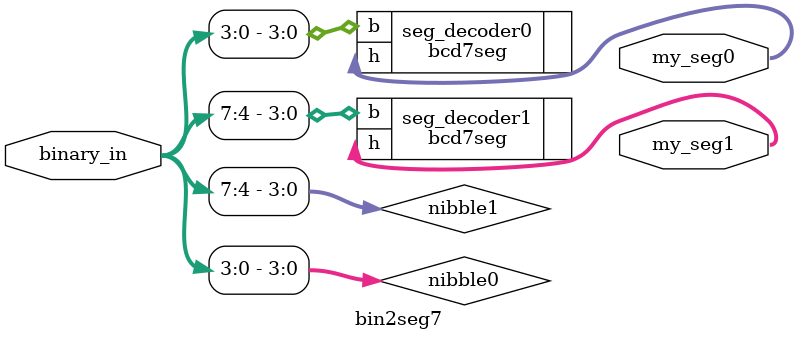
<source format=v>
module bin2seg7(
    input wire [7:0] binary_in,         // 8位二进制输入
    output wire [7:0] my_seg0,             // 数码管0显示
    output wire [7:0] my_seg1              // 数码管1显示
);
    wire [3:0] nibble0;                 // 低4位
    wire [3:0] nibble1;                 // 高4位

    // 分别提取高4位和低4位
    assign nibble0 = binary_in[3:0];    // 低4位
    assign nibble1 = binary_in[7:4];    // 高4位

    // 实例化两个7段显示器的模块，分别显示高4位和低4位
    bcd7seg seg_decoder0 (
        .b(nibble0),   // 输入低4位二进制数
        .h(my_seg0)       // 输出对应的7段显示器码
    );

    bcd7seg seg_decoder1 (
        .b(nibble1),   // 输入高4位二进制数
        .h(my_seg1)       // 输出对应的7段显示器码
    );
endmodule

</source>
